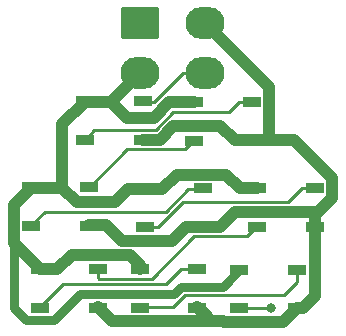
<source format=gbr>
%TF.GenerationSoftware,KiCad,Pcbnew,(6.0.9)*%
%TF.CreationDate,2023-04-01T13:56:00-08:00*%
%TF.ProjectId,JETT STATION SELECT PLACARD,4a455454-2053-4544-9154-494f4e205345,3*%
%TF.SameCoordinates,Original*%
%TF.FileFunction,Copper,L1,Top*%
%TF.FilePolarity,Positive*%
%FSLAX46Y46*%
G04 Gerber Fmt 4.6, Leading zero omitted, Abs format (unit mm)*
G04 Created by KiCad (PCBNEW (6.0.9)) date 2023-04-01 13:56:00*
%MOMM*%
%LPD*%
G01*
G04 APERTURE LIST*
G04 Aperture macros list*
%AMRoundRect*
0 Rectangle with rounded corners*
0 $1 Rounding radius*
0 $2 $3 $4 $5 $6 $7 $8 $9 X,Y pos of 4 corners*
0 Add a 4 corners polygon primitive as box body*
4,1,4,$2,$3,$4,$5,$6,$7,$8,$9,$2,$3,0*
0 Add four circle primitives for the rounded corners*
1,1,$1+$1,$2,$3*
1,1,$1+$1,$4,$5*
1,1,$1+$1,$6,$7*
1,1,$1+$1,$8,$9*
0 Add four rect primitives between the rounded corners*
20,1,$1+$1,$2,$3,$4,$5,0*
20,1,$1+$1,$4,$5,$6,$7,0*
20,1,$1+$1,$6,$7,$8,$9,0*
20,1,$1+$1,$8,$9,$2,$3,0*%
G04 Aperture macros list end*
%TA.AperFunction,SMDPad,CuDef*%
%ADD10R,1.500000X0.900000*%
%TD*%
%TA.AperFunction,ComponentPad*%
%ADD11RoundRect,0.250001X-1.399999X1.099999X-1.399999X-1.099999X1.399999X-1.099999X1.399999X1.099999X0*%
%TD*%
%TA.AperFunction,ComponentPad*%
%ADD12O,3.300000X2.700000*%
%TD*%
%TA.AperFunction,ViaPad*%
%ADD13C,0.800000*%
%TD*%
%TA.AperFunction,Conductor*%
%ADD14C,0.250000*%
%TD*%
%TA.AperFunction,Conductor*%
%ADD15C,1.000000*%
%TD*%
%TA.AperFunction,Conductor*%
%ADD16C,0.750000*%
%TD*%
G04 APERTURE END LIST*
D10*
%TO.P,D1,1,VDD*%
%TO.N,/LED+5V*%
X140360000Y-90780400D03*
%TO.P,D1,2,DOUT*%
%TO.N,Net-(D1-Pad2)*%
X140360000Y-94080400D03*
%TO.P,D1,3,VSS*%
%TO.N,/LEDGND*%
X145260000Y-94080400D03*
%TO.P,D1,4,DIN*%
%TO.N,/DATAIN*%
X145260000Y-90780400D03*
%TD*%
%TO.P,D2,1,VDD*%
%TO.N,/LED+5V*%
X149606000Y-90831200D03*
%TO.P,D2,2,DOUT*%
%TO.N,Net-(D2-Pad2)*%
X149606000Y-94131200D03*
%TO.P,D2,3,VSS*%
%TO.N,/LEDGND*%
X154506000Y-94131200D03*
%TO.P,D2,4,DIN*%
%TO.N,Net-(D1-Pad2)*%
X154506000Y-90831200D03*
%TD*%
%TO.P,D3,1,VDD*%
%TO.N,/LED+5V*%
X135839000Y-98044800D03*
%TO.P,D3,2,DOUT*%
%TO.N,Net-(D3-Pad2)*%
X135839000Y-101344800D03*
%TO.P,D3,3,VSS*%
%TO.N,/LEDGND*%
X140739000Y-101344800D03*
%TO.P,D3,4,DIN*%
%TO.N,Net-(D2-Pad2)*%
X140739000Y-98044800D03*
%TD*%
%TO.P,D4,1,VDD*%
%TO.N,/LED+5V*%
X145491000Y-98146400D03*
%TO.P,D4,2,DOUT*%
%TO.N,Net-(D4-Pad2)*%
X145491000Y-101446400D03*
%TO.P,D4,3,VSS*%
%TO.N,/LEDGND*%
X150391000Y-101446400D03*
%TO.P,D4,4,DIN*%
%TO.N,Net-(D3-Pad2)*%
X150391000Y-98146400D03*
%TD*%
%TO.P,D5,1,VDD*%
%TO.N,/LED+5V*%
X154940000Y-98095600D03*
%TO.P,D5,2,DOUT*%
%TO.N,Net-(D5-Pad2)*%
X154940000Y-101395600D03*
%TO.P,D5,3,VSS*%
%TO.N,/LEDGND*%
X159840000Y-101395600D03*
%TO.P,D5,4,DIN*%
%TO.N,Net-(D4-Pad2)*%
X159840000Y-98095600D03*
%TD*%
%TO.P,D6,1,VDD*%
%TO.N,/LED+5V*%
X136578000Y-104954000D03*
%TO.P,D6,2,DOUT*%
%TO.N,Net-(D6-Pad2)*%
X136578000Y-108254000D03*
%TO.P,D6,3,VSS*%
%TO.N,/LEDGND*%
X141478000Y-108254000D03*
%TO.P,D6,4,DIN*%
%TO.N,Net-(D5-Pad2)*%
X141478000Y-104954000D03*
%TD*%
%TO.P,D7,1,VDD*%
%TO.N,/LED+5V*%
X145011000Y-104954000D03*
%TO.P,D7,2,DOUT*%
%TO.N,Net-(D7-Pad2)*%
X145011000Y-108254000D03*
%TO.P,D7,3,VSS*%
%TO.N,/LEDGND*%
X149911000Y-108254000D03*
%TO.P,D7,4,DIN*%
%TO.N,Net-(D6-Pad2)*%
X149911000Y-104954000D03*
%TD*%
%TO.P,D8,1,VDD*%
%TO.N,/LED+5V*%
X153455000Y-105030000D03*
%TO.P,D8,2,DOUT*%
%TO.N,/DATAOUT*%
X153455000Y-108330000D03*
%TO.P,D8,3,VSS*%
%TO.N,/LEDGND*%
X158355000Y-108330000D03*
%TO.P,D8,4,DIN*%
%TO.N,Net-(D7-Pad2)*%
X158355000Y-105030000D03*
%TD*%
D11*
%TO.P,J1,1,Pin_1*%
%TO.N,/LED+5V*%
X145034000Y-84192000D03*
D12*
%TO.P,J1,2,Pin_2*%
X145034000Y-88392000D03*
%TO.P,J1,3,Pin_3*%
%TO.N,/LEDGND*%
X150534000Y-84192000D03*
%TO.P,J1,4,Pin_4*%
%TO.N,/DATAIN*%
X150534000Y-88392000D03*
%TD*%
D13*
%TO.N,/DATAOUT*%
X156134000Y-108280000D03*
%TD*%
D14*
%TO.N,Net-(D1-Pad2)*%
X141185001Y-93205399D02*
X146368561Y-93205399D01*
X153430700Y-90881200D02*
X154506000Y-90881200D01*
X152605400Y-91706500D02*
X153430700Y-90881200D01*
X140360000Y-94030400D02*
X141185001Y-93205399D01*
X147867460Y-91706500D02*
X152605400Y-91706500D01*
X146368561Y-93205399D02*
X147867460Y-91706500D01*
%TO.N,Net-(D2-Pad2)*%
X148831790Y-94855410D02*
X143978390Y-94855410D01*
X143978390Y-94855410D02*
X140739000Y-98094800D01*
X149606000Y-94081200D02*
X148831790Y-94855410D01*
%TO.N,Net-(D3-Pad2)*%
X137013690Y-100120110D02*
X147206180Y-100120110D01*
X149129890Y-98196400D02*
X150391000Y-98196400D01*
X135839000Y-101294800D02*
X137013690Y-100120110D01*
X147206180Y-100120110D02*
X149129890Y-98196400D01*
%TO.N,Net-(D4-Pad2)*%
X145491000Y-101396400D02*
X146566300Y-101396400D01*
X148642900Y-99319800D02*
X157590500Y-99319800D01*
X157590500Y-99319800D02*
X158764700Y-98145600D01*
X159840000Y-98145600D02*
X158764700Y-98145600D01*
X146566300Y-101396400D02*
X148642900Y-99319800D01*
%TO.N,Net-(D5-Pad2)*%
X141478000Y-105754000D02*
X141553001Y-105829001D01*
X149628592Y-102221410D02*
X154064190Y-102221410D01*
X141478000Y-105004000D02*
X141478000Y-105754000D01*
X141553001Y-105829001D02*
X146021001Y-105829001D01*
X146021001Y-105829001D02*
X149628592Y-102221410D01*
X154064190Y-102221410D02*
X154940000Y-101345600D01*
%TO.N,Net-(D6-Pad2)*%
X146157310Y-106279310D02*
X138502690Y-106279310D01*
X147212990Y-106279010D02*
X146157010Y-106279010D01*
X138502690Y-106279310D02*
X136578000Y-108204000D01*
X149911000Y-105004000D02*
X148488000Y-105004000D01*
X146157010Y-106279010D02*
X146157310Y-106279310D01*
X148488000Y-105004000D02*
X147212990Y-106279010D01*
%TO.N,Net-(D7-Pad2)*%
X148844000Y-107188000D02*
X147828000Y-108204000D01*
X158355000Y-105080000D02*
X158355000Y-106059000D01*
X158355000Y-106059000D02*
X157226000Y-107188000D01*
X147828000Y-108204000D02*
X145011000Y-108204000D01*
X157226000Y-107188000D02*
X148844000Y-107188000D01*
D15*
%TO.N,/LED+5V*%
X154940000Y-98145600D02*
X153489700Y-98145600D01*
D16*
X134388999Y-102814999D02*
X134388999Y-108300001D01*
D15*
X149606000Y-90881200D02*
X147526020Y-90881200D01*
X134388999Y-102814999D02*
X134388999Y-99544801D01*
X134388999Y-99544801D02*
X135839000Y-98094800D01*
X144182710Y-103796710D02*
X141896710Y-103796710D01*
D16*
X152047010Y-106487990D02*
X153455000Y-105080000D01*
D15*
X136578000Y-105004000D02*
X134388999Y-102814999D01*
X138480900Y-98094800D02*
X139681200Y-99295100D01*
X138028300Y-105004000D02*
X139271900Y-103760400D01*
D16*
X139938003Y-107128999D02*
X147913039Y-107128999D01*
D15*
X136578000Y-105004000D02*
X138028300Y-105004000D01*
X143967200Y-92202000D02*
X142595600Y-90830400D01*
X146205220Y-92202000D02*
X143967200Y-92202000D01*
X142942000Y-99295100D02*
X144040700Y-98196400D01*
X145011000Y-104625000D02*
X144182710Y-103796710D01*
X138480900Y-92709500D02*
X140360000Y-90830400D01*
X152340200Y-96996100D02*
X153489700Y-98145600D01*
X135839000Y-98094800D02*
X138480900Y-98094800D01*
X147526020Y-90881200D02*
X146205220Y-92202000D01*
D16*
X134388999Y-108300001D02*
X135367999Y-109279001D01*
D15*
X140360000Y-90830400D02*
X142595600Y-90830400D01*
X142595600Y-90830400D02*
X145034000Y-88392000D01*
X148141600Y-96996100D02*
X152340200Y-96996100D01*
X145491000Y-98196400D02*
X146941300Y-98196400D01*
D16*
X137788001Y-109279001D02*
X139938003Y-107128999D01*
D15*
X146941300Y-98196400D02*
X148141600Y-96996100D01*
X145011000Y-105004000D02*
X145011000Y-104625000D01*
X138480900Y-98094800D02*
X138480900Y-92709500D01*
X141896710Y-103796710D02*
X141860400Y-103760400D01*
X139681200Y-99295100D02*
X142942000Y-99295100D01*
X139271900Y-103760400D02*
X141860400Y-103760400D01*
D16*
X147913039Y-107128999D02*
X148554048Y-106487990D01*
D15*
X145491000Y-98196400D02*
X144040700Y-98196400D01*
D16*
X135367999Y-109279001D02*
X137788001Y-109279001D01*
X148554048Y-106487990D02*
X152047010Y-106487990D01*
D14*
%TO.N,/DATAIN*%
X146260000Y-90830400D02*
X148698400Y-88392000D01*
X145260000Y-90830400D02*
X146260000Y-90830400D01*
X148698400Y-88392000D02*
X150534000Y-88392000D01*
D15*
%TO.N,/LEDGND*%
X140739000Y-101294800D02*
X142189300Y-101294800D01*
X159840000Y-101345600D02*
X159831400Y-101345600D01*
X153092500Y-100145200D02*
X151841300Y-101396400D01*
X151855400Y-92880900D02*
X153055700Y-94081200D01*
X154506000Y-94081200D02*
X155956300Y-94081200D01*
X155956300Y-94081200D02*
X158105500Y-94081200D01*
X143491200Y-102596700D02*
X147740400Y-102596700D01*
X142678300Y-109404300D02*
X147260400Y-109404300D01*
X160148000Y-100145200D02*
X159822700Y-100145200D01*
X150691700Y-108984700D02*
X149911000Y-108204000D01*
X159831400Y-101345600D02*
X159822700Y-101345600D01*
X147859800Y-92880900D02*
X151855400Y-92880900D01*
X142189300Y-101294800D02*
X143491200Y-102596700D01*
X150691700Y-109404300D02*
X150691700Y-108984700D01*
X152069298Y-109404300D02*
X152144999Y-109480001D01*
X152144999Y-109480001D02*
X157154999Y-109480001D01*
X157154999Y-109480001D02*
X158355000Y-108280000D01*
X154506000Y-94081200D02*
X153055700Y-94081200D01*
X159822700Y-101345600D02*
X159822700Y-100145200D01*
X141478000Y-108204000D02*
X142678300Y-109404300D01*
X161290400Y-99002800D02*
X160148000Y-100145200D01*
X158355000Y-108280000D02*
X158804800Y-108280000D01*
X155956300Y-89614300D02*
X150534000Y-84192000D01*
X150391000Y-101396400D02*
X151841300Y-101396400D01*
X158105500Y-94081200D02*
X161290400Y-97266100D01*
X158804800Y-108280000D02*
X159831400Y-107253400D01*
X146710300Y-94030400D02*
X147859800Y-92880900D01*
X159831400Y-101345600D02*
X159831400Y-107253400D01*
X145260000Y-94030400D02*
X146710300Y-94030400D01*
X155956300Y-94081200D02*
X155956300Y-89614300D01*
X147740400Y-102596700D02*
X148940700Y-101396400D01*
X150391000Y-101396400D02*
X148940700Y-101396400D01*
X147260400Y-109404300D02*
X150691700Y-109404300D01*
X159822700Y-100145200D02*
X153092500Y-100145200D01*
X161290400Y-97266100D02*
X161290400Y-99002800D01*
X150691700Y-109404300D02*
X152069298Y-109404300D01*
D14*
%TO.N,/DATAOUT*%
X156134000Y-108280000D02*
X156134000Y-108280000D01*
X153455000Y-108280000D02*
X156134000Y-108280000D01*
%TD*%
M02*

</source>
